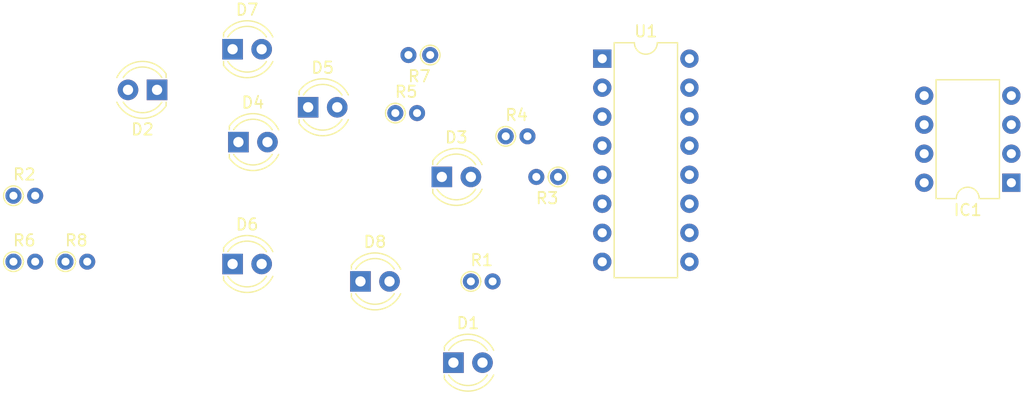
<source format=kicad_pcb>
(kicad_pcb (version 4) (host pcbnew 4.0.5)

  (general
    (links 30)
    (no_connects 30)
    (area 100.076 73.66 191.008 100.584)
    (thickness 1.6)
    (drawings 0)
    (tracks 0)
    (zones 0)
    (modules 18)
    (nets 27)
  )

  (page A4)
  (layers
    (0 F.Cu signal)
    (31 B.Cu signal)
    (32 B.Adhes user)
    (33 F.Adhes user)
    (34 B.Paste user)
    (35 F.Paste user)
    (36 B.SilkS user)
    (37 F.SilkS user)
    (38 B.Mask user)
    (39 F.Mask user)
    (40 Dwgs.User user)
    (41 Cmts.User user)
    (42 Eco1.User user)
    (43 Eco2.User user)
    (44 Edge.Cuts user)
    (45 Margin user)
    (46 B.CrtYd user)
    (47 F.CrtYd user)
    (48 B.Fab user)
    (49 F.Fab user)
  )

  (setup
    (last_trace_width 0.25)
    (trace_clearance 0.2)
    (zone_clearance 0.508)
    (zone_45_only no)
    (trace_min 0.2)
    (segment_width 0.2)
    (edge_width 0.15)
    (via_size 0.6)
    (via_drill 0.4)
    (via_min_size 0.4)
    (via_min_drill 0.3)
    (uvia_size 0.3)
    (uvia_drill 0.1)
    (uvias_allowed no)
    (uvia_min_size 0.2)
    (uvia_min_drill 0.1)
    (pcb_text_width 0.3)
    (pcb_text_size 1.5 1.5)
    (mod_edge_width 0.15)
    (mod_text_size 1 1)
    (mod_text_width 0.15)
    (pad_size 1.524 1.524)
    (pad_drill 0.762)
    (pad_to_mask_clearance 0.2)
    (aux_axis_origin 0 0)
    (visible_elements 7FFFFFFF)
    (pcbplotparams
      (layerselection 0x00030_80000001)
      (usegerberextensions false)
      (excludeedgelayer true)
      (linewidth 0.100000)
      (plotframeref false)
      (viasonmask false)
      (mode 1)
      (useauxorigin false)
      (hpglpennumber 1)
      (hpglpenspeed 20)
      (hpglpendiameter 15)
      (hpglpenoverlay 2)
      (psnegative false)
      (psa4output false)
      (plotreference true)
      (plotvalue true)
      (plotinvisibletext false)
      (padsonsilk false)
      (subtractmaskfromsilk false)
      (outputformat 1)
      (mirror false)
      (drillshape 1)
      (scaleselection 1)
      (outputdirectory ""))
  )

  (net 0 "")
  (net 1 GND)
  (net 2 "Net-(D1-Pad2)")
  (net 3 "Net-(D2-Pad2)")
  (net 4 "Net-(D3-Pad2)")
  (net 5 "Net-(D4-Pad2)")
  (net 6 "Net-(D5-Pad2)")
  (net 7 "Net-(D6-Pad2)")
  (net 8 "Net-(D7-Pad2)")
  (net 9 "Net-(D8-Pad2)")
  (net 10 "Net-(IC1-Pad1)")
  (net 11 "Net-(IC1-Pad5)")
  (net 12 "Net-(IC1-Pad2)")
  (net 13 "Net-(IC1-Pad6)")
  (net 14 "Net-(IC1-Pad3)")
  (net 15 "Net-(IC1-Pad7)")
  (net 16 +5V)
  (net 17 "Net-(R1-Pad1)")
  (net 18 "Net-(R2-Pad1)")
  (net 19 "Net-(R3-Pad1)")
  (net 20 "Net-(R4-Pad1)")
  (net 21 "Net-(R5-Pad1)")
  (net 22 "Net-(R6-Pad1)")
  (net 23 "Net-(R7-Pad1)")
  (net 24 "Net-(R8-Pad1)")
  (net 25 "Net-(U1-Pad9)")
  (net 26 VCC)

  (net_class Default "This is the default net class."
    (clearance 0.2)
    (trace_width 0.25)
    (via_dia 0.6)
    (via_drill 0.4)
    (uvia_dia 0.3)
    (uvia_drill 0.1)
    (add_net +5V)
    (add_net GND)
    (add_net "Net-(D1-Pad2)")
    (add_net "Net-(D2-Pad2)")
    (add_net "Net-(D3-Pad2)")
    (add_net "Net-(D4-Pad2)")
    (add_net "Net-(D5-Pad2)")
    (add_net "Net-(D6-Pad2)")
    (add_net "Net-(D7-Pad2)")
    (add_net "Net-(D8-Pad2)")
    (add_net "Net-(IC1-Pad1)")
    (add_net "Net-(IC1-Pad2)")
    (add_net "Net-(IC1-Pad3)")
    (add_net "Net-(IC1-Pad5)")
    (add_net "Net-(IC1-Pad6)")
    (add_net "Net-(IC1-Pad7)")
    (add_net "Net-(R1-Pad1)")
    (add_net "Net-(R2-Pad1)")
    (add_net "Net-(R3-Pad1)")
    (add_net "Net-(R4-Pad1)")
    (add_net "Net-(R5-Pad1)")
    (add_net "Net-(R6-Pad1)")
    (add_net "Net-(R7-Pad1)")
    (add_net "Net-(R8-Pad1)")
    (add_net "Net-(U1-Pad9)")
    (add_net VCC)
  )

  (module LEDs:LED_D4.0mm (layer F.Cu) (tedit 587A3A7B) (tstamp 58846B2C)
    (at 130.556 105.664)
    (descr "LED, diameter 4.0mm, 2 pins, http://www.kingbright.com/attachments/file/psearch/000/00/00/L-43GD(Ver.12B).pdf")
    (tags "LED diameter 4.0mm 2 pins")
    (path /58846389)
    (fp_text reference D1 (at 1.27 -3.46) (layer F.SilkS)
      (effects (font (size 1 1) (thickness 0.15)))
    )
    (fp_text value LED (at 1.27 3.46) (layer F.Fab)
      (effects (font (size 1 1) (thickness 0.15)))
    )
    (fp_arc (start 1.27 0) (end -0.73 -1.32665) (angle 292.9) (layer F.Fab) (width 0.1))
    (fp_arc (start 1.27 0) (end -0.79 -1.398749) (angle 120.1) (layer F.SilkS) (width 0.12))
    (fp_arc (start 1.27 0) (end -0.79 1.398749) (angle -120.1) (layer F.SilkS) (width 0.12))
    (fp_arc (start 1.27 0) (end -0.41333 -1.08) (angle 114.6) (layer F.SilkS) (width 0.12))
    (fp_arc (start 1.27 0) (end -0.41333 1.08) (angle -114.6) (layer F.SilkS) (width 0.12))
    (fp_circle (center 1.27 0) (end 3.27 0) (layer F.Fab) (width 0.1))
    (fp_line (start -0.73 -1.32665) (end -0.73 1.32665) (layer F.Fab) (width 0.1))
    (fp_line (start -0.79 -1.399) (end -0.79 -1.08) (layer F.SilkS) (width 0.12))
    (fp_line (start -0.79 1.08) (end -0.79 1.399) (layer F.SilkS) (width 0.12))
    (fp_line (start -1.45 -2.75) (end -1.45 2.75) (layer F.CrtYd) (width 0.05))
    (fp_line (start -1.45 2.75) (end 4 2.75) (layer F.CrtYd) (width 0.05))
    (fp_line (start 4 2.75) (end 4 -2.75) (layer F.CrtYd) (width 0.05))
    (fp_line (start 4 -2.75) (end -1.45 -2.75) (layer F.CrtYd) (width 0.05))
    (pad 1 thru_hole rect (at 0 0) (size 1.8 1.8) (drill 0.9) (layers *.Cu *.Mask)
      (net 1 GND))
    (pad 2 thru_hole circle (at 2.54 0) (size 1.8 1.8) (drill 0.9) (layers *.Cu *.Mask)
      (net 2 "Net-(D1-Pad2)"))
    (model LEDs.3dshapes/LED_D4.0mm.wrl
      (at (xyz 0 0 0))
      (scale (xyz 0.393701 0.393701 0.393701))
      (rotate (xyz 0 0 0))
    )
  )

  (module LEDs:LED_D4.0mm (layer F.Cu) (tedit 587A3A7B) (tstamp 58846B32)
    (at 104.648 81.788 180)
    (descr "LED, diameter 4.0mm, 2 pins, http://www.kingbright.com/attachments/file/psearch/000/00/00/L-43GD(Ver.12B).pdf")
    (tags "LED diameter 4.0mm 2 pins")
    (path /58846343)
    (fp_text reference D2 (at 1.27 -3.46 180) (layer F.SilkS)
      (effects (font (size 1 1) (thickness 0.15)))
    )
    (fp_text value LED (at 1.27 3.46 180) (layer F.Fab)
      (effects (font (size 1 1) (thickness 0.15)))
    )
    (fp_arc (start 1.27 0) (end -0.73 -1.32665) (angle 292.9) (layer F.Fab) (width 0.1))
    (fp_arc (start 1.27 0) (end -0.79 -1.398749) (angle 120.1) (layer F.SilkS) (width 0.12))
    (fp_arc (start 1.27 0) (end -0.79 1.398749) (angle -120.1) (layer F.SilkS) (width 0.12))
    (fp_arc (start 1.27 0) (end -0.41333 -1.08) (angle 114.6) (layer F.SilkS) (width 0.12))
    (fp_arc (start 1.27 0) (end -0.41333 1.08) (angle -114.6) (layer F.SilkS) (width 0.12))
    (fp_circle (center 1.27 0) (end 3.27 0) (layer F.Fab) (width 0.1))
    (fp_line (start -0.73 -1.32665) (end -0.73 1.32665) (layer F.Fab) (width 0.1))
    (fp_line (start -0.79 -1.399) (end -0.79 -1.08) (layer F.SilkS) (width 0.12))
    (fp_line (start -0.79 1.08) (end -0.79 1.399) (layer F.SilkS) (width 0.12))
    (fp_line (start -1.45 -2.75) (end -1.45 2.75) (layer F.CrtYd) (width 0.05))
    (fp_line (start -1.45 2.75) (end 4 2.75) (layer F.CrtYd) (width 0.05))
    (fp_line (start 4 2.75) (end 4 -2.75) (layer F.CrtYd) (width 0.05))
    (fp_line (start 4 -2.75) (end -1.45 -2.75) (layer F.CrtYd) (width 0.05))
    (pad 1 thru_hole rect (at 0 0 180) (size 1.8 1.8) (drill 0.9) (layers *.Cu *.Mask)
      (net 1 GND))
    (pad 2 thru_hole circle (at 2.54 0 180) (size 1.8 1.8) (drill 0.9) (layers *.Cu *.Mask)
      (net 3 "Net-(D2-Pad2)"))
    (model LEDs.3dshapes/LED_D4.0mm.wrl
      (at (xyz 0 0 0))
      (scale (xyz 0.393701 0.393701 0.393701))
      (rotate (xyz 0 0 0))
    )
  )

  (module LEDs:LED_D4.0mm (layer F.Cu) (tedit 587A3A7B) (tstamp 58846B38)
    (at 129.54 89.408)
    (descr "LED, diameter 4.0mm, 2 pins, http://www.kingbright.com/attachments/file/psearch/000/00/00/L-43GD(Ver.12B).pdf")
    (tags "LED diameter 4.0mm 2 pins")
    (path /5883976F)
    (fp_text reference D3 (at 1.27 -3.46) (layer F.SilkS)
      (effects (font (size 1 1) (thickness 0.15)))
    )
    (fp_text value LED (at 1.27 3.46) (layer F.Fab)
      (effects (font (size 1 1) (thickness 0.15)))
    )
    (fp_arc (start 1.27 0) (end -0.73 -1.32665) (angle 292.9) (layer F.Fab) (width 0.1))
    (fp_arc (start 1.27 0) (end -0.79 -1.398749) (angle 120.1) (layer F.SilkS) (width 0.12))
    (fp_arc (start 1.27 0) (end -0.79 1.398749) (angle -120.1) (layer F.SilkS) (width 0.12))
    (fp_arc (start 1.27 0) (end -0.41333 -1.08) (angle 114.6) (layer F.SilkS) (width 0.12))
    (fp_arc (start 1.27 0) (end -0.41333 1.08) (angle -114.6) (layer F.SilkS) (width 0.12))
    (fp_circle (center 1.27 0) (end 3.27 0) (layer F.Fab) (width 0.1))
    (fp_line (start -0.73 -1.32665) (end -0.73 1.32665) (layer F.Fab) (width 0.1))
    (fp_line (start -0.79 -1.399) (end -0.79 -1.08) (layer F.SilkS) (width 0.12))
    (fp_line (start -0.79 1.08) (end -0.79 1.399) (layer F.SilkS) (width 0.12))
    (fp_line (start -1.45 -2.75) (end -1.45 2.75) (layer F.CrtYd) (width 0.05))
    (fp_line (start -1.45 2.75) (end 4 2.75) (layer F.CrtYd) (width 0.05))
    (fp_line (start 4 2.75) (end 4 -2.75) (layer F.CrtYd) (width 0.05))
    (fp_line (start 4 -2.75) (end -1.45 -2.75) (layer F.CrtYd) (width 0.05))
    (pad 1 thru_hole rect (at 0 0) (size 1.8 1.8) (drill 0.9) (layers *.Cu *.Mask)
      (net 1 GND))
    (pad 2 thru_hole circle (at 2.54 0) (size 1.8 1.8) (drill 0.9) (layers *.Cu *.Mask)
      (net 4 "Net-(D3-Pad2)"))
    (model LEDs.3dshapes/LED_D4.0mm.wrl
      (at (xyz 0 0 0))
      (scale (xyz 0.393701 0.393701 0.393701))
      (rotate (xyz 0 0 0))
    )
  )

  (module LEDs:LED_D4.0mm (layer F.Cu) (tedit 587A3A7B) (tstamp 58846B3E)
    (at 111.76 86.36)
    (descr "LED, diameter 4.0mm, 2 pins, http://www.kingbright.com/attachments/file/psearch/000/00/00/L-43GD(Ver.12B).pdf")
    (tags "LED diameter 4.0mm 2 pins")
    (path /5883979A)
    (fp_text reference D4 (at 1.27 -3.46) (layer F.SilkS)
      (effects (font (size 1 1) (thickness 0.15)))
    )
    (fp_text value LED (at 1.27 3.46) (layer F.Fab)
      (effects (font (size 1 1) (thickness 0.15)))
    )
    (fp_arc (start 1.27 0) (end -0.73 -1.32665) (angle 292.9) (layer F.Fab) (width 0.1))
    (fp_arc (start 1.27 0) (end -0.79 -1.398749) (angle 120.1) (layer F.SilkS) (width 0.12))
    (fp_arc (start 1.27 0) (end -0.79 1.398749) (angle -120.1) (layer F.SilkS) (width 0.12))
    (fp_arc (start 1.27 0) (end -0.41333 -1.08) (angle 114.6) (layer F.SilkS) (width 0.12))
    (fp_arc (start 1.27 0) (end -0.41333 1.08) (angle -114.6) (layer F.SilkS) (width 0.12))
    (fp_circle (center 1.27 0) (end 3.27 0) (layer F.Fab) (width 0.1))
    (fp_line (start -0.73 -1.32665) (end -0.73 1.32665) (layer F.Fab) (width 0.1))
    (fp_line (start -0.79 -1.399) (end -0.79 -1.08) (layer F.SilkS) (width 0.12))
    (fp_line (start -0.79 1.08) (end -0.79 1.399) (layer F.SilkS) (width 0.12))
    (fp_line (start -1.45 -2.75) (end -1.45 2.75) (layer F.CrtYd) (width 0.05))
    (fp_line (start -1.45 2.75) (end 4 2.75) (layer F.CrtYd) (width 0.05))
    (fp_line (start 4 2.75) (end 4 -2.75) (layer F.CrtYd) (width 0.05))
    (fp_line (start 4 -2.75) (end -1.45 -2.75) (layer F.CrtYd) (width 0.05))
    (pad 1 thru_hole rect (at 0 0) (size 1.8 1.8) (drill 0.9) (layers *.Cu *.Mask)
      (net 1 GND))
    (pad 2 thru_hole circle (at 2.54 0) (size 1.8 1.8) (drill 0.9) (layers *.Cu *.Mask)
      (net 5 "Net-(D4-Pad2)"))
    (model LEDs.3dshapes/LED_D4.0mm.wrl
      (at (xyz 0 0 0))
      (scale (xyz 0.393701 0.393701 0.393701))
      (rotate (xyz 0 0 0))
    )
  )

  (module LEDs:LED_D4.0mm (layer F.Cu) (tedit 587A3A7B) (tstamp 58846B44)
    (at 117.856 83.312)
    (descr "LED, diameter 4.0mm, 2 pins, http://www.kingbright.com/attachments/file/psearch/000/00/00/L-43GD(Ver.12B).pdf")
    (tags "LED diameter 4.0mm 2 pins")
    (path /588397C8)
    (fp_text reference D5 (at 1.27 -3.46) (layer F.SilkS)
      (effects (font (size 1 1) (thickness 0.15)))
    )
    (fp_text value LED (at 1.27 3.46) (layer F.Fab)
      (effects (font (size 1 1) (thickness 0.15)))
    )
    (fp_arc (start 1.27 0) (end -0.73 -1.32665) (angle 292.9) (layer F.Fab) (width 0.1))
    (fp_arc (start 1.27 0) (end -0.79 -1.398749) (angle 120.1) (layer F.SilkS) (width 0.12))
    (fp_arc (start 1.27 0) (end -0.79 1.398749) (angle -120.1) (layer F.SilkS) (width 0.12))
    (fp_arc (start 1.27 0) (end -0.41333 -1.08) (angle 114.6) (layer F.SilkS) (width 0.12))
    (fp_arc (start 1.27 0) (end -0.41333 1.08) (angle -114.6) (layer F.SilkS) (width 0.12))
    (fp_circle (center 1.27 0) (end 3.27 0) (layer F.Fab) (width 0.1))
    (fp_line (start -0.73 -1.32665) (end -0.73 1.32665) (layer F.Fab) (width 0.1))
    (fp_line (start -0.79 -1.399) (end -0.79 -1.08) (layer F.SilkS) (width 0.12))
    (fp_line (start -0.79 1.08) (end -0.79 1.399) (layer F.SilkS) (width 0.12))
    (fp_line (start -1.45 -2.75) (end -1.45 2.75) (layer F.CrtYd) (width 0.05))
    (fp_line (start -1.45 2.75) (end 4 2.75) (layer F.CrtYd) (width 0.05))
    (fp_line (start 4 2.75) (end 4 -2.75) (layer F.CrtYd) (width 0.05))
    (fp_line (start 4 -2.75) (end -1.45 -2.75) (layer F.CrtYd) (width 0.05))
    (pad 1 thru_hole rect (at 0 0) (size 1.8 1.8) (drill 0.9) (layers *.Cu *.Mask)
      (net 1 GND))
    (pad 2 thru_hole circle (at 2.54 0) (size 1.8 1.8) (drill 0.9) (layers *.Cu *.Mask)
      (net 6 "Net-(D5-Pad2)"))
    (model LEDs.3dshapes/LED_D4.0mm.wrl
      (at (xyz 0 0 0))
      (scale (xyz 0.393701 0.393701 0.393701))
      (rotate (xyz 0 0 0))
    )
  )

  (module LEDs:LED_D4.0mm (layer F.Cu) (tedit 587A3A7B) (tstamp 58846B4A)
    (at 111.252 97.028)
    (descr "LED, diameter 4.0mm, 2 pins, http://www.kingbright.com/attachments/file/psearch/000/00/00/L-43GD(Ver.12B).pdf")
    (tags "LED diameter 4.0mm 2 pins")
    (path /588397FD)
    (fp_text reference D6 (at 1.27 -3.46) (layer F.SilkS)
      (effects (font (size 1 1) (thickness 0.15)))
    )
    (fp_text value LED (at 1.27 3.46) (layer F.Fab)
      (effects (font (size 1 1) (thickness 0.15)))
    )
    (fp_arc (start 1.27 0) (end -0.73 -1.32665) (angle 292.9) (layer F.Fab) (width 0.1))
    (fp_arc (start 1.27 0) (end -0.79 -1.398749) (angle 120.1) (layer F.SilkS) (width 0.12))
    (fp_arc (start 1.27 0) (end -0.79 1.398749) (angle -120.1) (layer F.SilkS) (width 0.12))
    (fp_arc (start 1.27 0) (end -0.41333 -1.08) (angle 114.6) (layer F.SilkS) (width 0.12))
    (fp_arc (start 1.27 0) (end -0.41333 1.08) (angle -114.6) (layer F.SilkS) (width 0.12))
    (fp_circle (center 1.27 0) (end 3.27 0) (layer F.Fab) (width 0.1))
    (fp_line (start -0.73 -1.32665) (end -0.73 1.32665) (layer F.Fab) (width 0.1))
    (fp_line (start -0.79 -1.399) (end -0.79 -1.08) (layer F.SilkS) (width 0.12))
    (fp_line (start -0.79 1.08) (end -0.79 1.399) (layer F.SilkS) (width 0.12))
    (fp_line (start -1.45 -2.75) (end -1.45 2.75) (layer F.CrtYd) (width 0.05))
    (fp_line (start -1.45 2.75) (end 4 2.75) (layer F.CrtYd) (width 0.05))
    (fp_line (start 4 2.75) (end 4 -2.75) (layer F.CrtYd) (width 0.05))
    (fp_line (start 4 -2.75) (end -1.45 -2.75) (layer F.CrtYd) (width 0.05))
    (pad 1 thru_hole rect (at 0 0) (size 1.8 1.8) (drill 0.9) (layers *.Cu *.Mask)
      (net 1 GND))
    (pad 2 thru_hole circle (at 2.54 0) (size 1.8 1.8) (drill 0.9) (layers *.Cu *.Mask)
      (net 7 "Net-(D6-Pad2)"))
    (model LEDs.3dshapes/LED_D4.0mm.wrl
      (at (xyz 0 0 0))
      (scale (xyz 0.393701 0.393701 0.393701))
      (rotate (xyz 0 0 0))
    )
  )

  (module LEDs:LED_D4.0mm (layer F.Cu) (tedit 587A3A7B) (tstamp 58846B50)
    (at 111.252 78.232)
    (descr "LED, diameter 4.0mm, 2 pins, http://www.kingbright.com/attachments/file/psearch/000/00/00/L-43GD(Ver.12B).pdf")
    (tags "LED diameter 4.0mm 2 pins")
    (path /58839833)
    (fp_text reference D7 (at 1.27 -3.46) (layer F.SilkS)
      (effects (font (size 1 1) (thickness 0.15)))
    )
    (fp_text value LED (at 1.27 3.46) (layer F.Fab)
      (effects (font (size 1 1) (thickness 0.15)))
    )
    (fp_arc (start 1.27 0) (end -0.73 -1.32665) (angle 292.9) (layer F.Fab) (width 0.1))
    (fp_arc (start 1.27 0) (end -0.79 -1.398749) (angle 120.1) (layer F.SilkS) (width 0.12))
    (fp_arc (start 1.27 0) (end -0.79 1.398749) (angle -120.1) (layer F.SilkS) (width 0.12))
    (fp_arc (start 1.27 0) (end -0.41333 -1.08) (angle 114.6) (layer F.SilkS) (width 0.12))
    (fp_arc (start 1.27 0) (end -0.41333 1.08) (angle -114.6) (layer F.SilkS) (width 0.12))
    (fp_circle (center 1.27 0) (end 3.27 0) (layer F.Fab) (width 0.1))
    (fp_line (start -0.73 -1.32665) (end -0.73 1.32665) (layer F.Fab) (width 0.1))
    (fp_line (start -0.79 -1.399) (end -0.79 -1.08) (layer F.SilkS) (width 0.12))
    (fp_line (start -0.79 1.08) (end -0.79 1.399) (layer F.SilkS) (width 0.12))
    (fp_line (start -1.45 -2.75) (end -1.45 2.75) (layer F.CrtYd) (width 0.05))
    (fp_line (start -1.45 2.75) (end 4 2.75) (layer F.CrtYd) (width 0.05))
    (fp_line (start 4 2.75) (end 4 -2.75) (layer F.CrtYd) (width 0.05))
    (fp_line (start 4 -2.75) (end -1.45 -2.75) (layer F.CrtYd) (width 0.05))
    (pad 1 thru_hole rect (at 0 0) (size 1.8 1.8) (drill 0.9) (layers *.Cu *.Mask)
      (net 1 GND))
    (pad 2 thru_hole circle (at 2.54 0) (size 1.8 1.8) (drill 0.9) (layers *.Cu *.Mask)
      (net 8 "Net-(D7-Pad2)"))
    (model LEDs.3dshapes/LED_D4.0mm.wrl
      (at (xyz 0 0 0))
      (scale (xyz 0.393701 0.393701 0.393701))
      (rotate (xyz 0 0 0))
    )
  )

  (module LEDs:LED_D4.0mm (layer F.Cu) (tedit 587A3A7B) (tstamp 58846B56)
    (at 122.428 98.552)
    (descr "LED, diameter 4.0mm, 2 pins, http://www.kingbright.com/attachments/file/psearch/000/00/00/L-43GD(Ver.12B).pdf")
    (tags "LED diameter 4.0mm 2 pins")
    (path /5883986A)
    (fp_text reference D8 (at 1.27 -3.46) (layer F.SilkS)
      (effects (font (size 1 1) (thickness 0.15)))
    )
    (fp_text value LED (at 1.27 3.46) (layer F.Fab)
      (effects (font (size 1 1) (thickness 0.15)))
    )
    (fp_arc (start 1.27 0) (end -0.73 -1.32665) (angle 292.9) (layer F.Fab) (width 0.1))
    (fp_arc (start 1.27 0) (end -0.79 -1.398749) (angle 120.1) (layer F.SilkS) (width 0.12))
    (fp_arc (start 1.27 0) (end -0.79 1.398749) (angle -120.1) (layer F.SilkS) (width 0.12))
    (fp_arc (start 1.27 0) (end -0.41333 -1.08) (angle 114.6) (layer F.SilkS) (width 0.12))
    (fp_arc (start 1.27 0) (end -0.41333 1.08) (angle -114.6) (layer F.SilkS) (width 0.12))
    (fp_circle (center 1.27 0) (end 3.27 0) (layer F.Fab) (width 0.1))
    (fp_line (start -0.73 -1.32665) (end -0.73 1.32665) (layer F.Fab) (width 0.1))
    (fp_line (start -0.79 -1.399) (end -0.79 -1.08) (layer F.SilkS) (width 0.12))
    (fp_line (start -0.79 1.08) (end -0.79 1.399) (layer F.SilkS) (width 0.12))
    (fp_line (start -1.45 -2.75) (end -1.45 2.75) (layer F.CrtYd) (width 0.05))
    (fp_line (start -1.45 2.75) (end 4 2.75) (layer F.CrtYd) (width 0.05))
    (fp_line (start 4 2.75) (end 4 -2.75) (layer F.CrtYd) (width 0.05))
    (fp_line (start 4 -2.75) (end -1.45 -2.75) (layer F.CrtYd) (width 0.05))
    (pad 1 thru_hole rect (at 0 0) (size 1.8 1.8) (drill 0.9) (layers *.Cu *.Mask)
      (net 1 GND))
    (pad 2 thru_hole circle (at 2.54 0) (size 1.8 1.8) (drill 0.9) (layers *.Cu *.Mask)
      (net 9 "Net-(D8-Pad2)"))
    (model LEDs.3dshapes/LED_D4.0mm.wrl
      (at (xyz 0 0 0))
      (scale (xyz 0.393701 0.393701 0.393701))
      (rotate (xyz 0 0 0))
    )
  )

  (module Housings_DIP:DIP-8_W7.62mm (layer F.Cu) (tedit 586281B4) (tstamp 58846B62)
    (at 179.324 89.916 180)
    (descr "8-lead dip package, row spacing 7.62 mm (300 mils)")
    (tags "DIL DIP PDIP 2.54mm 7.62mm 300mil")
    (path /5882EB1B)
    (fp_text reference IC1 (at 3.81 -2.39 180) (layer F.SilkS)
      (effects (font (size 1 1) (thickness 0.15)))
    )
    (fp_text value ATTINY85-P (at 3.81 10.01 180) (layer F.Fab)
      (effects (font (size 1 1) (thickness 0.15)))
    )
    (fp_arc (start 3.81 -1.39) (end 2.81 -1.39) (angle -180) (layer F.SilkS) (width 0.12))
    (fp_line (start 1.635 -1.27) (end 6.985 -1.27) (layer F.Fab) (width 0.1))
    (fp_line (start 6.985 -1.27) (end 6.985 8.89) (layer F.Fab) (width 0.1))
    (fp_line (start 6.985 8.89) (end 0.635 8.89) (layer F.Fab) (width 0.1))
    (fp_line (start 0.635 8.89) (end 0.635 -0.27) (layer F.Fab) (width 0.1))
    (fp_line (start 0.635 -0.27) (end 1.635 -1.27) (layer F.Fab) (width 0.1))
    (fp_line (start 2.81 -1.39) (end 1.04 -1.39) (layer F.SilkS) (width 0.12))
    (fp_line (start 1.04 -1.39) (end 1.04 9.01) (layer F.SilkS) (width 0.12))
    (fp_line (start 1.04 9.01) (end 6.58 9.01) (layer F.SilkS) (width 0.12))
    (fp_line (start 6.58 9.01) (end 6.58 -1.39) (layer F.SilkS) (width 0.12))
    (fp_line (start 6.58 -1.39) (end 4.81 -1.39) (layer F.SilkS) (width 0.12))
    (fp_line (start -1.1 -1.6) (end -1.1 9.2) (layer F.CrtYd) (width 0.05))
    (fp_line (start -1.1 9.2) (end 8.7 9.2) (layer F.CrtYd) (width 0.05))
    (fp_line (start 8.7 9.2) (end 8.7 -1.6) (layer F.CrtYd) (width 0.05))
    (fp_line (start 8.7 -1.6) (end -1.1 -1.6) (layer F.CrtYd) (width 0.05))
    (pad 1 thru_hole rect (at 0 0 180) (size 1.6 1.6) (drill 0.8) (layers *.Cu *.Mask)
      (net 10 "Net-(IC1-Pad1)"))
    (pad 5 thru_hole oval (at 7.62 7.62 180) (size 1.6 1.6) (drill 0.8) (layers *.Cu *.Mask)
      (net 11 "Net-(IC1-Pad5)"))
    (pad 2 thru_hole oval (at 0 2.54 180) (size 1.6 1.6) (drill 0.8) (layers *.Cu *.Mask)
      (net 12 "Net-(IC1-Pad2)"))
    (pad 6 thru_hole oval (at 7.62 5.08 180) (size 1.6 1.6) (drill 0.8) (layers *.Cu *.Mask)
      (net 13 "Net-(IC1-Pad6)"))
    (pad 3 thru_hole oval (at 0 5.08 180) (size 1.6 1.6) (drill 0.8) (layers *.Cu *.Mask)
      (net 14 "Net-(IC1-Pad3)"))
    (pad 7 thru_hole oval (at 7.62 2.54 180) (size 1.6 1.6) (drill 0.8) (layers *.Cu *.Mask)
      (net 15 "Net-(IC1-Pad7)"))
    (pad 4 thru_hole oval (at 0 7.62 180) (size 1.6 1.6) (drill 0.8) (layers *.Cu *.Mask)
      (net 1 GND))
    (pad 8 thru_hole oval (at 7.62 0 180) (size 1.6 1.6) (drill 0.8) (layers *.Cu *.Mask)
      (net 16 +5V))
    (model Housings_DIP.3dshapes/DIP-8_W7.62mm.wrl
      (at (xyz 0 0 0))
      (scale (xyz 1 1 1))
      (rotate (xyz 0 0 0))
    )
  )

  (module Resistors_ThroughHole:R_Axial_DIN0204_L3.6mm_D1.6mm_P1.90mm_Vertical (layer F.Cu) (tedit 5874F706) (tstamp 58846B68)
    (at 132.08 98.552)
    (descr "Resistor, Axial_DIN0204 series, Axial, Vertical, pin pitch=1.9mm, 0.16666666666666666W = 1/6W, length*diameter=3.6*1.6mm^2, http://cdn-reichelt.de/documents/datenblatt/B400/1_4W%23YAG.pdf")
    (tags "Resistor Axial_DIN0204 series Axial Vertical pin pitch 1.9mm 0.16666666666666666W = 1/6W length 3.6mm diameter 1.6mm")
    (path /58846774)
    (fp_text reference R1 (at 0.95 -1.86) (layer F.SilkS)
      (effects (font (size 1 1) (thickness 0.15)))
    )
    (fp_text value 1k (at 0.95 1.86) (layer F.Fab)
      (effects (font (size 1 1) (thickness 0.15)))
    )
    (fp_circle (center 0 0) (end 0.8 0) (layer F.Fab) (width 0.1))
    (fp_circle (center 0 0) (end 0.86 0) (layer F.SilkS) (width 0.12))
    (fp_line (start 0 0) (end 1.9 0) (layer F.Fab) (width 0.1))
    (fp_line (start 0.86 0) (end 0.9 0) (layer F.SilkS) (width 0.12))
    (fp_line (start -1.15 -1.15) (end -1.15 1.15) (layer F.CrtYd) (width 0.05))
    (fp_line (start -1.15 1.15) (end 2.95 1.15) (layer F.CrtYd) (width 0.05))
    (fp_line (start 2.95 1.15) (end 2.95 -1.15) (layer F.CrtYd) (width 0.05))
    (fp_line (start 2.95 -1.15) (end -1.15 -1.15) (layer F.CrtYd) (width 0.05))
    (pad 1 thru_hole circle (at 0 0) (size 1.4 1.4) (drill 0.7) (layers *.Cu *.Mask)
      (net 17 "Net-(R1-Pad1)"))
    (pad 2 thru_hole oval (at 1.9 0) (size 1.4 1.4) (drill 0.7) (layers *.Cu *.Mask)
      (net 2 "Net-(D1-Pad2)"))
    (model Resistors_ThroughHole.3dshapes/R_Axial_DIN0204_L3.6mm_D1.6mm_P1.90mm_Vertical.wrl
      (at (xyz 0 0 0))
      (scale (xyz 0.393701 0.393701 0.393701))
      (rotate (xyz 0 0 0))
    )
  )

  (module Resistors_ThroughHole:R_Axial_DIN0204_L3.6mm_D1.6mm_P1.90mm_Vertical (layer F.Cu) (tedit 5874F706) (tstamp 58846B6E)
    (at 92.095001 91.053)
    (descr "Resistor, Axial_DIN0204 series, Axial, Vertical, pin pitch=1.9mm, 0.16666666666666666W = 1/6W, length*diameter=3.6*1.6mm^2, http://cdn-reichelt.de/documents/datenblatt/B400/1_4W%23YAG.pdf")
    (tags "Resistor Axial_DIN0204 series Axial Vertical pin pitch 1.9mm 0.16666666666666666W = 1/6W length 3.6mm diameter 1.6mm")
    (path /58846726)
    (fp_text reference R2 (at 0.95 -1.86) (layer F.SilkS)
      (effects (font (size 1 1) (thickness 0.15)))
    )
    (fp_text value 1k (at 0.95 1.86) (layer F.Fab)
      (effects (font (size 1 1) (thickness 0.15)))
    )
    (fp_circle (center 0 0) (end 0.8 0) (layer F.Fab) (width 0.1))
    (fp_circle (center 0 0) (end 0.86 0) (layer F.SilkS) (width 0.12))
    (fp_line (start 0 0) (end 1.9 0) (layer F.Fab) (width 0.1))
    (fp_line (start 0.86 0) (end 0.9 0) (layer F.SilkS) (width 0.12))
    (fp_line (start -1.15 -1.15) (end -1.15 1.15) (layer F.CrtYd) (width 0.05))
    (fp_line (start -1.15 1.15) (end 2.95 1.15) (layer F.CrtYd) (width 0.05))
    (fp_line (start 2.95 1.15) (end 2.95 -1.15) (layer F.CrtYd) (width 0.05))
    (fp_line (start 2.95 -1.15) (end -1.15 -1.15) (layer F.CrtYd) (width 0.05))
    (pad 1 thru_hole circle (at 0 0) (size 1.4 1.4) (drill 0.7) (layers *.Cu *.Mask)
      (net 18 "Net-(R2-Pad1)"))
    (pad 2 thru_hole oval (at 1.9 0) (size 1.4 1.4) (drill 0.7) (layers *.Cu *.Mask)
      (net 3 "Net-(D2-Pad2)"))
    (model Resistors_ThroughHole.3dshapes/R_Axial_DIN0204_L3.6mm_D1.6mm_P1.90mm_Vertical.wrl
      (at (xyz 0 0 0))
      (scale (xyz 0.393701 0.393701 0.393701))
      (rotate (xyz 0 0 0))
    )
  )

  (module Resistors_ThroughHole:R_Axial_DIN0204_L3.6mm_D1.6mm_P1.90mm_Vertical (layer F.Cu) (tedit 5874F706) (tstamp 58846B74)
    (at 139.7 89.408 180)
    (descr "Resistor, Axial_DIN0204 series, Axial, Vertical, pin pitch=1.9mm, 0.16666666666666666W = 1/6W, length*diameter=3.6*1.6mm^2, http://cdn-reichelt.de/documents/datenblatt/B400/1_4W%23YAG.pdf")
    (tags "Resistor Axial_DIN0204 series Axial Vertical pin pitch 1.9mm 0.16666666666666666W = 1/6W length 3.6mm diameter 1.6mm")
    (path /588466D9)
    (fp_text reference R3 (at 0.95 -1.86 180) (layer F.SilkS)
      (effects (font (size 1 1) (thickness 0.15)))
    )
    (fp_text value 1k (at 0.95 1.86 180) (layer F.Fab)
      (effects (font (size 1 1) (thickness 0.15)))
    )
    (fp_circle (center 0 0) (end 0.8 0) (layer F.Fab) (width 0.1))
    (fp_circle (center 0 0) (end 0.86 0) (layer F.SilkS) (width 0.12))
    (fp_line (start 0 0) (end 1.9 0) (layer F.Fab) (width 0.1))
    (fp_line (start 0.86 0) (end 0.9 0) (layer F.SilkS) (width 0.12))
    (fp_line (start -1.15 -1.15) (end -1.15 1.15) (layer F.CrtYd) (width 0.05))
    (fp_line (start -1.15 1.15) (end 2.95 1.15) (layer F.CrtYd) (width 0.05))
    (fp_line (start 2.95 1.15) (end 2.95 -1.15) (layer F.CrtYd) (width 0.05))
    (fp_line (start 2.95 -1.15) (end -1.15 -1.15) (layer F.CrtYd) (width 0.05))
    (pad 1 thru_hole circle (at 0 0 180) (size 1.4 1.4) (drill 0.7) (layers *.Cu *.Mask)
      (net 19 "Net-(R3-Pad1)"))
    (pad 2 thru_hole oval (at 1.9 0 180) (size 1.4 1.4) (drill 0.7) (layers *.Cu *.Mask)
      (net 4 "Net-(D3-Pad2)"))
    (model Resistors_ThroughHole.3dshapes/R_Axial_DIN0204_L3.6mm_D1.6mm_P1.90mm_Vertical.wrl
      (at (xyz 0 0 0))
      (scale (xyz 0.393701 0.393701 0.393701))
      (rotate (xyz 0 0 0))
    )
  )

  (module Resistors_ThroughHole:R_Axial_DIN0204_L3.6mm_D1.6mm_P1.90mm_Vertical (layer F.Cu) (tedit 5874F706) (tstamp 58846B7A)
    (at 135.128 85.852)
    (descr "Resistor, Axial_DIN0204 series, Axial, Vertical, pin pitch=1.9mm, 0.16666666666666666W = 1/6W, length*diameter=3.6*1.6mm^2, http://cdn-reichelt.de/documents/datenblatt/B400/1_4W%23YAG.pdf")
    (tags "Resistor Axial_DIN0204 series Axial Vertical pin pitch 1.9mm 0.16666666666666666W = 1/6W length 3.6mm diameter 1.6mm")
    (path /5884668F)
    (fp_text reference R4 (at 0.95 -1.86) (layer F.SilkS)
      (effects (font (size 1 1) (thickness 0.15)))
    )
    (fp_text value 1k (at 0.95 1.86) (layer F.Fab)
      (effects (font (size 1 1) (thickness 0.15)))
    )
    (fp_circle (center 0 0) (end 0.8 0) (layer F.Fab) (width 0.1))
    (fp_circle (center 0 0) (end 0.86 0) (layer F.SilkS) (width 0.12))
    (fp_line (start 0 0) (end 1.9 0) (layer F.Fab) (width 0.1))
    (fp_line (start 0.86 0) (end 0.9 0) (layer F.SilkS) (width 0.12))
    (fp_line (start -1.15 -1.15) (end -1.15 1.15) (layer F.CrtYd) (width 0.05))
    (fp_line (start -1.15 1.15) (end 2.95 1.15) (layer F.CrtYd) (width 0.05))
    (fp_line (start 2.95 1.15) (end 2.95 -1.15) (layer F.CrtYd) (width 0.05))
    (fp_line (start 2.95 -1.15) (end -1.15 -1.15) (layer F.CrtYd) (width 0.05))
    (pad 1 thru_hole circle (at 0 0) (size 1.4 1.4) (drill 0.7) (layers *.Cu *.Mask)
      (net 20 "Net-(R4-Pad1)"))
    (pad 2 thru_hole oval (at 1.9 0) (size 1.4 1.4) (drill 0.7) (layers *.Cu *.Mask)
      (net 5 "Net-(D4-Pad2)"))
    (model Resistors_ThroughHole.3dshapes/R_Axial_DIN0204_L3.6mm_D1.6mm_P1.90mm_Vertical.wrl
      (at (xyz 0 0 0))
      (scale (xyz 0.393701 0.393701 0.393701))
      (rotate (xyz 0 0 0))
    )
  )

  (module Resistors_ThroughHole:R_Axial_DIN0204_L3.6mm_D1.6mm_P1.90mm_Vertical (layer F.Cu) (tedit 5874F706) (tstamp 58846B80)
    (at 125.476 83.82)
    (descr "Resistor, Axial_DIN0204 series, Axial, Vertical, pin pitch=1.9mm, 0.16666666666666666W = 1/6W, length*diameter=3.6*1.6mm^2, http://cdn-reichelt.de/documents/datenblatt/B400/1_4W%23YAG.pdf")
    (tags "Resistor Axial_DIN0204 series Axial Vertical pin pitch 1.9mm 0.16666666666666666W = 1/6W length 3.6mm diameter 1.6mm")
    (path /58846646)
    (fp_text reference R5 (at 0.95 -1.86) (layer F.SilkS)
      (effects (font (size 1 1) (thickness 0.15)))
    )
    (fp_text value 1k (at 0.95 1.86) (layer F.Fab)
      (effects (font (size 1 1) (thickness 0.15)))
    )
    (fp_circle (center 0 0) (end 0.8 0) (layer F.Fab) (width 0.1))
    (fp_circle (center 0 0) (end 0.86 0) (layer F.SilkS) (width 0.12))
    (fp_line (start 0 0) (end 1.9 0) (layer F.Fab) (width 0.1))
    (fp_line (start 0.86 0) (end 0.9 0) (layer F.SilkS) (width 0.12))
    (fp_line (start -1.15 -1.15) (end -1.15 1.15) (layer F.CrtYd) (width 0.05))
    (fp_line (start -1.15 1.15) (end 2.95 1.15) (layer F.CrtYd) (width 0.05))
    (fp_line (start 2.95 1.15) (end 2.95 -1.15) (layer F.CrtYd) (width 0.05))
    (fp_line (start 2.95 -1.15) (end -1.15 -1.15) (layer F.CrtYd) (width 0.05))
    (pad 1 thru_hole circle (at 0 0) (size 1.4 1.4) (drill 0.7) (layers *.Cu *.Mask)
      (net 21 "Net-(R5-Pad1)"))
    (pad 2 thru_hole oval (at 1.9 0) (size 1.4 1.4) (drill 0.7) (layers *.Cu *.Mask)
      (net 6 "Net-(D5-Pad2)"))
    (model Resistors_ThroughHole.3dshapes/R_Axial_DIN0204_L3.6mm_D1.6mm_P1.90mm_Vertical.wrl
      (at (xyz 0 0 0))
      (scale (xyz 0.393701 0.393701 0.393701))
      (rotate (xyz 0 0 0))
    )
  )

  (module Resistors_ThroughHole:R_Axial_DIN0204_L3.6mm_D1.6mm_P1.90mm_Vertical (layer F.Cu) (tedit 5874F706) (tstamp 58846B86)
    (at 92.095001 96.823)
    (descr "Resistor, Axial_DIN0204 series, Axial, Vertical, pin pitch=1.9mm, 0.16666666666666666W = 1/6W, length*diameter=3.6*1.6mm^2, http://cdn-reichelt.de/documents/datenblatt/B400/1_4W%23YAG.pdf")
    (tags "Resistor Axial_DIN0204 series Axial Vertical pin pitch 1.9mm 0.16666666666666666W = 1/6W length 3.6mm diameter 1.6mm")
    (path /58846600)
    (fp_text reference R6 (at 0.95 -1.86) (layer F.SilkS)
      (effects (font (size 1 1) (thickness 0.15)))
    )
    (fp_text value 1k (at 0.95 1.86) (layer F.Fab)
      (effects (font (size 1 1) (thickness 0.15)))
    )
    (fp_circle (center 0 0) (end 0.8 0) (layer F.Fab) (width 0.1))
    (fp_circle (center 0 0) (end 0.86 0) (layer F.SilkS) (width 0.12))
    (fp_line (start 0 0) (end 1.9 0) (layer F.Fab) (width 0.1))
    (fp_line (start 0.86 0) (end 0.9 0) (layer F.SilkS) (width 0.12))
    (fp_line (start -1.15 -1.15) (end -1.15 1.15) (layer F.CrtYd) (width 0.05))
    (fp_line (start -1.15 1.15) (end 2.95 1.15) (layer F.CrtYd) (width 0.05))
    (fp_line (start 2.95 1.15) (end 2.95 -1.15) (layer F.CrtYd) (width 0.05))
    (fp_line (start 2.95 -1.15) (end -1.15 -1.15) (layer F.CrtYd) (width 0.05))
    (pad 1 thru_hole circle (at 0 0) (size 1.4 1.4) (drill 0.7) (layers *.Cu *.Mask)
      (net 22 "Net-(R6-Pad1)"))
    (pad 2 thru_hole oval (at 1.9 0) (size 1.4 1.4) (drill 0.7) (layers *.Cu *.Mask)
      (net 7 "Net-(D6-Pad2)"))
    (model Resistors_ThroughHole.3dshapes/R_Axial_DIN0204_L3.6mm_D1.6mm_P1.90mm_Vertical.wrl
      (at (xyz 0 0 0))
      (scale (xyz 0.393701 0.393701 0.393701))
      (rotate (xyz 0 0 0))
    )
  )

  (module Resistors_ThroughHole:R_Axial_DIN0204_L3.6mm_D1.6mm_P1.90mm_Vertical (layer F.Cu) (tedit 5874F706) (tstamp 58846B8C)
    (at 128.524 78.74 180)
    (descr "Resistor, Axial_DIN0204 series, Axial, Vertical, pin pitch=1.9mm, 0.16666666666666666W = 1/6W, length*diameter=3.6*1.6mm^2, http://cdn-reichelt.de/documents/datenblatt/B400/1_4W%23YAG.pdf")
    (tags "Resistor Axial_DIN0204 series Axial Vertical pin pitch 1.9mm 0.16666666666666666W = 1/6W length 3.6mm diameter 1.6mm")
    (path /588464B5)
    (fp_text reference R7 (at 0.95 -1.86 180) (layer F.SilkS)
      (effects (font (size 1 1) (thickness 0.15)))
    )
    (fp_text value 1k (at 0.95 1.86 180) (layer F.Fab)
      (effects (font (size 1 1) (thickness 0.15)))
    )
    (fp_circle (center 0 0) (end 0.8 0) (layer F.Fab) (width 0.1))
    (fp_circle (center 0 0) (end 0.86 0) (layer F.SilkS) (width 0.12))
    (fp_line (start 0 0) (end 1.9 0) (layer F.Fab) (width 0.1))
    (fp_line (start 0.86 0) (end 0.9 0) (layer F.SilkS) (width 0.12))
    (fp_line (start -1.15 -1.15) (end -1.15 1.15) (layer F.CrtYd) (width 0.05))
    (fp_line (start -1.15 1.15) (end 2.95 1.15) (layer F.CrtYd) (width 0.05))
    (fp_line (start 2.95 1.15) (end 2.95 -1.15) (layer F.CrtYd) (width 0.05))
    (fp_line (start 2.95 -1.15) (end -1.15 -1.15) (layer F.CrtYd) (width 0.05))
    (pad 1 thru_hole circle (at 0 0 180) (size 1.4 1.4) (drill 0.7) (layers *.Cu *.Mask)
      (net 23 "Net-(R7-Pad1)"))
    (pad 2 thru_hole oval (at 1.9 0 180) (size 1.4 1.4) (drill 0.7) (layers *.Cu *.Mask)
      (net 8 "Net-(D7-Pad2)"))
    (model Resistors_ThroughHole.3dshapes/R_Axial_DIN0204_L3.6mm_D1.6mm_P1.90mm_Vertical.wrl
      (at (xyz 0 0 0))
      (scale (xyz 0.393701 0.393701 0.393701))
      (rotate (xyz 0 0 0))
    )
  )

  (module Resistors_ThroughHole:R_Axial_DIN0204_L3.6mm_D1.6mm_P1.90mm_Vertical (layer F.Cu) (tedit 5874F706) (tstamp 58846B92)
    (at 96.645001 96.823)
    (descr "Resistor, Axial_DIN0204 series, Axial, Vertical, pin pitch=1.9mm, 0.16666666666666666W = 1/6W, length*diameter=3.6*1.6mm^2, http://cdn-reichelt.de/documents/datenblatt/B400/1_4W%23YAG.pdf")
    (tags "Resistor Axial_DIN0204 series Axial Vertical pin pitch 1.9mm 0.16666666666666666W = 1/6W length 3.6mm diameter 1.6mm")
    (path /588398AA)
    (fp_text reference R8 (at 0.95 -1.86) (layer F.SilkS)
      (effects (font (size 1 1) (thickness 0.15)))
    )
    (fp_text value 1k (at 0.95 1.86) (layer F.Fab)
      (effects (font (size 1 1) (thickness 0.15)))
    )
    (fp_circle (center 0 0) (end 0.8 0) (layer F.Fab) (width 0.1))
    (fp_circle (center 0 0) (end 0.86 0) (layer F.SilkS) (width 0.12))
    (fp_line (start 0 0) (end 1.9 0) (layer F.Fab) (width 0.1))
    (fp_line (start 0.86 0) (end 0.9 0) (layer F.SilkS) (width 0.12))
    (fp_line (start -1.15 -1.15) (end -1.15 1.15) (layer F.CrtYd) (width 0.05))
    (fp_line (start -1.15 1.15) (end 2.95 1.15) (layer F.CrtYd) (width 0.05))
    (fp_line (start 2.95 1.15) (end 2.95 -1.15) (layer F.CrtYd) (width 0.05))
    (fp_line (start 2.95 -1.15) (end -1.15 -1.15) (layer F.CrtYd) (width 0.05))
    (pad 1 thru_hole circle (at 0 0) (size 1.4 1.4) (drill 0.7) (layers *.Cu *.Mask)
      (net 24 "Net-(R8-Pad1)"))
    (pad 2 thru_hole oval (at 1.9 0) (size 1.4 1.4) (drill 0.7) (layers *.Cu *.Mask)
      (net 9 "Net-(D8-Pad2)"))
    (model Resistors_ThroughHole.3dshapes/R_Axial_DIN0204_L3.6mm_D1.6mm_P1.90mm_Vertical.wrl
      (at (xyz 0 0 0))
      (scale (xyz 0.393701 0.393701 0.393701))
      (rotate (xyz 0 0 0))
    )
  )

  (module Housings_DIP:DIP-16_W7.62mm (layer F.Cu) (tedit 586281B4) (tstamp 58846BA6)
    (at 143.565001 79.057)
    (descr "16-lead dip package, row spacing 7.62 mm (300 mils)")
    (tags "DIL DIP PDIP 2.54mm 7.62mm 300mil")
    (path /5882EAD2)
    (fp_text reference U1 (at 3.81 -2.39) (layer F.SilkS)
      (effects (font (size 1 1) (thickness 0.15)))
    )
    (fp_text value 74HC595 (at 3.81 20.17) (layer F.Fab)
      (effects (font (size 1 1) (thickness 0.15)))
    )
    (fp_arc (start 3.81 -1.39) (end 2.81 -1.39) (angle -180) (layer F.SilkS) (width 0.12))
    (fp_line (start 1.635 -1.27) (end 6.985 -1.27) (layer F.Fab) (width 0.1))
    (fp_line (start 6.985 -1.27) (end 6.985 19.05) (layer F.Fab) (width 0.1))
    (fp_line (start 6.985 19.05) (end 0.635 19.05) (layer F.Fab) (width 0.1))
    (fp_line (start 0.635 19.05) (end 0.635 -0.27) (layer F.Fab) (width 0.1))
    (fp_line (start 0.635 -0.27) (end 1.635 -1.27) (layer F.Fab) (width 0.1))
    (fp_line (start 2.81 -1.39) (end 1.04 -1.39) (layer F.SilkS) (width 0.12))
    (fp_line (start 1.04 -1.39) (end 1.04 19.17) (layer F.SilkS) (width 0.12))
    (fp_line (start 1.04 19.17) (end 6.58 19.17) (layer F.SilkS) (width 0.12))
    (fp_line (start 6.58 19.17) (end 6.58 -1.39) (layer F.SilkS) (width 0.12))
    (fp_line (start 6.58 -1.39) (end 4.81 -1.39) (layer F.SilkS) (width 0.12))
    (fp_line (start -1.1 -1.6) (end -1.1 19.3) (layer F.CrtYd) (width 0.05))
    (fp_line (start -1.1 19.3) (end 8.7 19.3) (layer F.CrtYd) (width 0.05))
    (fp_line (start 8.7 19.3) (end 8.7 -1.6) (layer F.CrtYd) (width 0.05))
    (fp_line (start 8.7 -1.6) (end -1.1 -1.6) (layer F.CrtYd) (width 0.05))
    (pad 1 thru_hole rect (at 0 0) (size 1.6 1.6) (drill 0.8) (layers *.Cu *.Mask)
      (net 23 "Net-(R7-Pad1)"))
    (pad 9 thru_hole oval (at 7.62 17.78) (size 1.6 1.6) (drill 0.8) (layers *.Cu *.Mask)
      (net 25 "Net-(U1-Pad9)"))
    (pad 2 thru_hole oval (at 0 2.54) (size 1.6 1.6) (drill 0.8) (layers *.Cu *.Mask)
      (net 22 "Net-(R6-Pad1)"))
    (pad 10 thru_hole oval (at 7.62 15.24) (size 1.6 1.6) (drill 0.8) (layers *.Cu *.Mask)
      (net 16 +5V))
    (pad 3 thru_hole oval (at 0 5.08) (size 1.6 1.6) (drill 0.8) (layers *.Cu *.Mask)
      (net 21 "Net-(R5-Pad1)"))
    (pad 11 thru_hole oval (at 7.62 12.7) (size 1.6 1.6) (drill 0.8) (layers *.Cu *.Mask)
      (net 15 "Net-(IC1-Pad7)"))
    (pad 4 thru_hole oval (at 0 7.62) (size 1.6 1.6) (drill 0.8) (layers *.Cu *.Mask)
      (net 20 "Net-(R4-Pad1)"))
    (pad 12 thru_hole oval (at 7.62 10.16) (size 1.6 1.6) (drill 0.8) (layers *.Cu *.Mask)
      (net 14 "Net-(IC1-Pad3)"))
    (pad 5 thru_hole oval (at 0 10.16) (size 1.6 1.6) (drill 0.8) (layers *.Cu *.Mask)
      (net 19 "Net-(R3-Pad1)"))
    (pad 13 thru_hole oval (at 7.62 7.62) (size 1.6 1.6) (drill 0.8) (layers *.Cu *.Mask)
      (net 1 GND))
    (pad 6 thru_hole oval (at 0 12.7) (size 1.6 1.6) (drill 0.8) (layers *.Cu *.Mask)
      (net 18 "Net-(R2-Pad1)"))
    (pad 14 thru_hole oval (at 7.62 5.08) (size 1.6 1.6) (drill 0.8) (layers *.Cu *.Mask)
      (net 13 "Net-(IC1-Pad6)"))
    (pad 7 thru_hole oval (at 0 15.24) (size 1.6 1.6) (drill 0.8) (layers *.Cu *.Mask)
      (net 17 "Net-(R1-Pad1)"))
    (pad 15 thru_hole oval (at 7.62 2.54) (size 1.6 1.6) (drill 0.8) (layers *.Cu *.Mask)
      (net 24 "Net-(R8-Pad1)"))
    (pad 8 thru_hole oval (at 0 17.78) (size 1.6 1.6) (drill 0.8) (layers *.Cu *.Mask)
      (net 1 GND))
    (pad 16 thru_hole oval (at 7.62 0) (size 1.6 1.6) (drill 0.8) (layers *.Cu *.Mask)
      (net 26 VCC))
    (model Housings_DIP.3dshapes/DIP-16_W7.62mm.wrl
      (at (xyz 0 0 0))
      (scale (xyz 1 1 1))
      (rotate (xyz 0 0 0))
    )
  )

)

</source>
